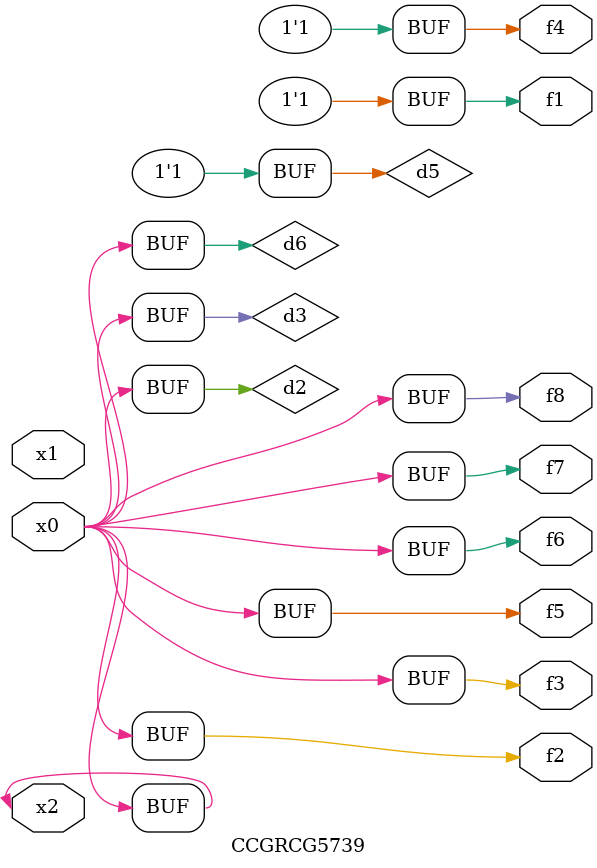
<source format=v>
module CCGRCG5739(
	input x0, x1, x2,
	output f1, f2, f3, f4, f5, f6, f7, f8
);

	wire d1, d2, d3, d4, d5, d6;

	xnor (d1, x2);
	buf (d2, x0, x2);
	and (d3, x0);
	xnor (d4, x1, x2);
	nand (d5, d1, d3);
	buf (d6, d2, d3);
	assign f1 = d5;
	assign f2 = d6;
	assign f3 = d6;
	assign f4 = d5;
	assign f5 = d6;
	assign f6 = d6;
	assign f7 = d6;
	assign f8 = d6;
endmodule

</source>
